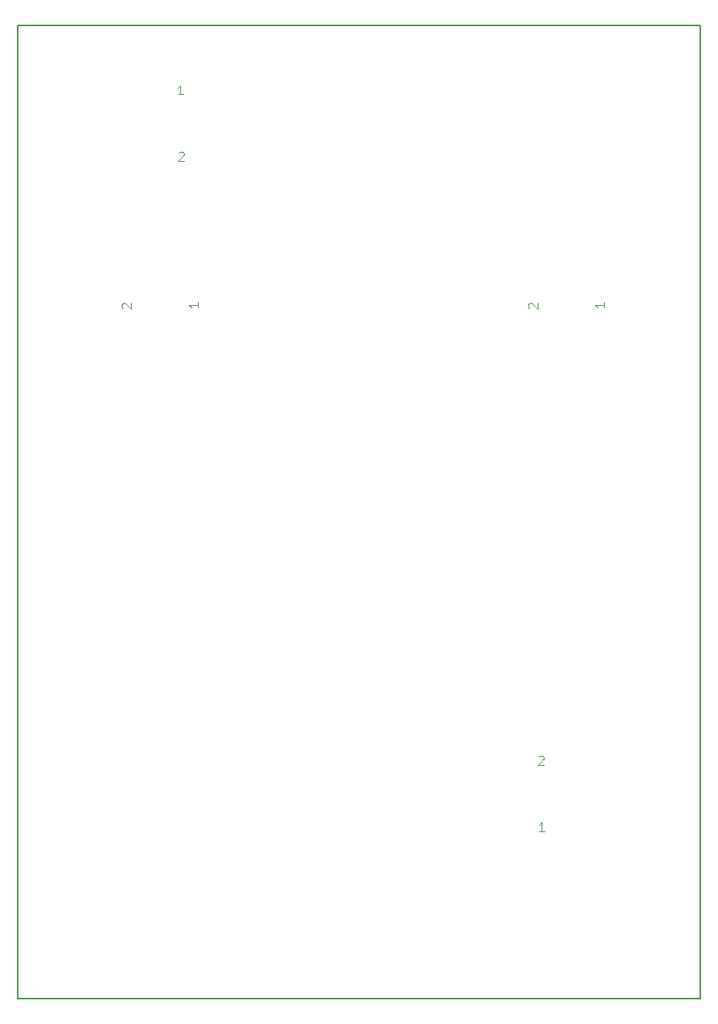
<source format=gbr>
%TF.GenerationSoftware,KiCad,Pcbnew,(5.1.4)-1*%
%TF.CreationDate,2019-12-13T12:22:18-06:00*%
%TF.ProjectId,payload_board,7061796c-6f61-4645-9f62-6f6172642e6b,rev?*%
%TF.SameCoordinates,Original*%
%TF.FileFunction,Profile,NP*%
%FSLAX46Y46*%
G04 Gerber Fmt 4.6, Leading zero omitted, Abs format (unit mm)*
G04 Created by KiCad (PCBNEW (5.1.4)-1) date 2019-12-13 12:22:18*
%MOMM*%
%LPD*%
G04 APERTURE LIST*
%ADD10C,0.150000*%
%ADD11C,0.050000*%
G04 APERTURE END LIST*
D10*
X50000000Y-50000000D02*
X50000000Y-157000000D01*
X50000000Y-157000000D02*
X125000000Y-157000000D01*
X125000000Y-50000000D02*
X125000000Y-157000000D01*
X50000000Y-50000000D02*
X125000000Y-50000000D01*
D11*
X107893614Y-138602290D02*
X107322185Y-138602290D01*
X107607900Y-138602290D02*
X107607900Y-137602290D01*
X107512661Y-137745148D01*
X107417423Y-137840386D01*
X107322185Y-137888005D01*
X107230685Y-130378969D02*
X107278304Y-130331350D01*
X107373542Y-130283730D01*
X107611638Y-130283730D01*
X107706876Y-130331350D01*
X107754495Y-130378969D01*
X107802114Y-130474207D01*
X107802114Y-130569445D01*
X107754495Y-130712302D01*
X107183066Y-131283730D01*
X107802114Y-131283730D01*
X68167814Y-57602470D02*
X67596385Y-57602470D01*
X67882100Y-57602470D02*
X67882100Y-56602470D01*
X67786861Y-56745328D01*
X67691623Y-56840566D01*
X67596385Y-56888185D01*
X67687885Y-64016269D02*
X67735504Y-63968650D01*
X67830742Y-63921030D01*
X68068838Y-63921030D01*
X68164076Y-63968650D01*
X68211695Y-64016269D01*
X68259314Y-64111507D01*
X68259314Y-64206745D01*
X68211695Y-64349602D01*
X67640266Y-64921030D01*
X68259314Y-64921030D01*
X114422290Y-80446385D02*
X114422290Y-81017814D01*
X114422290Y-80732100D02*
X113422290Y-80732100D01*
X113565148Y-80827338D01*
X113660386Y-80922576D01*
X113708005Y-81017814D01*
X106198969Y-81109314D02*
X106151350Y-81061695D01*
X106103730Y-80966457D01*
X106103730Y-80728361D01*
X106151350Y-80633123D01*
X106198969Y-80585504D01*
X106294207Y-80537885D01*
X106389445Y-80537885D01*
X106532302Y-80585504D01*
X107103730Y-81156933D01*
X107103730Y-80537885D01*
X69772290Y-80446385D02*
X69772290Y-81017814D01*
X69772290Y-80732100D02*
X68772290Y-80732100D01*
X68915148Y-80827338D01*
X69010386Y-80922576D01*
X69058005Y-81017814D01*
X61548969Y-81109314D02*
X61501350Y-81061695D01*
X61453730Y-80966457D01*
X61453730Y-80728361D01*
X61501350Y-80633123D01*
X61548969Y-80585504D01*
X61644207Y-80537885D01*
X61739445Y-80537885D01*
X61882302Y-80585504D01*
X62453730Y-81156933D01*
X62453730Y-80537885D01*
M02*

</source>
